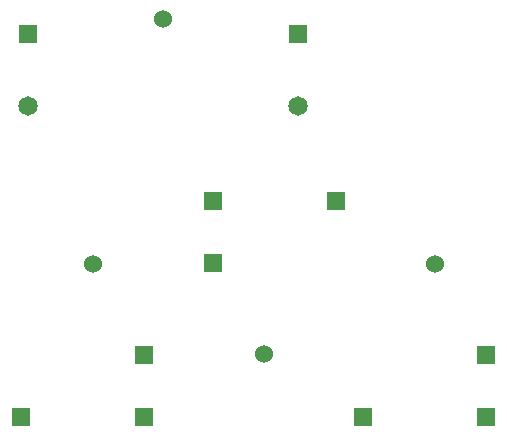
<source format=gbr>
%TF.GenerationSoftware,Altium Limited,Altium Designer,22.7.1 (60)*%
G04 Layer_Color=255*
%FSLAX43Y43*%
%MOMM*%
%TF.SameCoordinates,798C7C01-C923-4F4B-AA1E-7D7C4C9A7158*%
%TF.FilePolarity,Positive*%
%TF.FileFunction,Pads,Bot*%
%TF.Part,CustomerPanel*%
G01*
G75*
%TA.AperFunction,ComponentPad*%
%ADD16R,1.500X1.500*%
%TA.AperFunction,ViaPad*%
%ADD17C,1.524*%
%TA.AperFunction,ComponentPad*%
%ADD19R,1.500X1.500*%
%ADD20C,1.650*%
D16*
X9159Y9413D02*
D03*
X19573Y14620D02*
D03*
Y9413D02*
D03*
X35814Y27661D02*
D03*
X25400Y22454D02*
D03*
Y27661D02*
D03*
D17*
X15255Y22367D02*
D03*
X29718Y14707D02*
D03*
X21224Y43053D02*
D03*
X44205Y22352D02*
D03*
D19*
X32654Y41783D02*
D03*
X9794D02*
D03*
X38109Y9398D02*
D03*
X48523Y14605D02*
D03*
Y9398D02*
D03*
D20*
X32654Y35687D02*
D03*
X9794D02*
D03*
%TF.MD5,8205cbbd13e80227e823d4c22b637c9a*%
M02*

</source>
